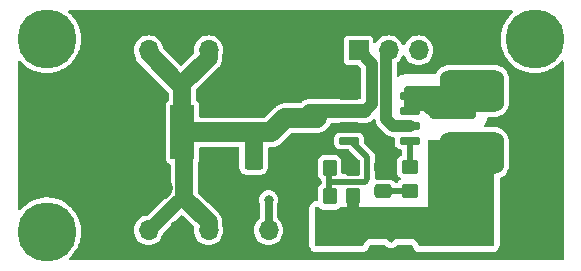
<source format=gtl>
%TF.GenerationSoftware,KiCad,Pcbnew,(6.0.8)*%
%TF.CreationDate,2022-11-18T22:38:32+01:00*%
%TF.ProjectId,Single-DCDC-Converter,53696e67-6c65-42d4-9443-44432d436f6e,rev?*%
%TF.SameCoordinates,Original*%
%TF.FileFunction,Copper,L1,Top*%
%TF.FilePolarity,Positive*%
%FSLAX46Y46*%
G04 Gerber Fmt 4.6, Leading zero omitted, Abs format (unit mm)*
G04 Created by KiCad (PCBNEW (6.0.8)) date 2022-11-18 22:38:32*
%MOMM*%
%LPD*%
G01*
G04 APERTURE LIST*
G04 Aperture macros list*
%AMRoundRect*
0 Rectangle with rounded corners*
0 $1 Rounding radius*
0 $2 $3 $4 $5 $6 $7 $8 $9 X,Y pos of 4 corners*
0 Add a 4 corners polygon primitive as box body*
4,1,4,$2,$3,$4,$5,$6,$7,$8,$9,$2,$3,0*
0 Add four circle primitives for the rounded corners*
1,1,$1+$1,$2,$3*
1,1,$1+$1,$4,$5*
1,1,$1+$1,$6,$7*
1,1,$1+$1,$8,$9*
0 Add four rect primitives between the rounded corners*
20,1,$1+$1,$2,$3,$4,$5,0*
20,1,$1+$1,$4,$5,$6,$7,0*
20,1,$1+$1,$6,$7,$8,$9,0*
20,1,$1+$1,$8,$9,$2,$3,0*%
G04 Aperture macros list end*
%TA.AperFunction,SMDPad,CuDef*%
%ADD10RoundRect,0.900000X-1.850000X-0.900000X1.850000X-0.900000X1.850000X0.900000X-1.850000X0.900000X0*%
%TD*%
%TA.AperFunction,SMDPad,CuDef*%
%ADD11RoundRect,0.900000X1.850000X0.900000X-1.850000X0.900000X-1.850000X-0.900000X1.850000X-0.900000X0*%
%TD*%
%TA.AperFunction,SMDPad,CuDef*%
%ADD12RoundRect,0.135000X-0.135000X-0.185000X0.135000X-0.185000X0.135000X0.185000X-0.135000X0.185000X0*%
%TD*%
%TA.AperFunction,SMDPad,CuDef*%
%ADD13RoundRect,0.250000X0.475000X-0.337500X0.475000X0.337500X-0.475000X0.337500X-0.475000X-0.337500X0*%
%TD*%
%TA.AperFunction,ComponentPad*%
%ADD14R,1.700000X1.700000*%
%TD*%
%TA.AperFunction,ComponentPad*%
%ADD15O,1.700000X1.700000*%
%TD*%
%TA.AperFunction,SMDPad,CuDef*%
%ADD16RoundRect,0.150000X-0.725000X-0.150000X0.725000X-0.150000X0.725000X0.150000X-0.725000X0.150000X0*%
%TD*%
%TA.AperFunction,SMDPad,CuDef*%
%ADD17RoundRect,0.250000X0.550000X-1.500000X0.550000X1.500000X-0.550000X1.500000X-0.550000X-1.500000X0*%
%TD*%
%TA.AperFunction,ComponentPad*%
%ADD18C,5.000000*%
%TD*%
%TA.AperFunction,SMDPad,CuDef*%
%ADD19RoundRect,0.250000X-0.450000X0.350000X-0.450000X-0.350000X0.450000X-0.350000X0.450000X0.350000X0*%
%TD*%
%TA.AperFunction,SMDPad,CuDef*%
%ADD20RoundRect,0.250000X-0.350000X-0.450000X0.350000X-0.450000X0.350000X0.450000X-0.350000X0.450000X0*%
%TD*%
%TA.AperFunction,SMDPad,CuDef*%
%ADD21RoundRect,0.250000X0.350000X0.450000X-0.350000X0.450000X-0.350000X-0.450000X0.350000X-0.450000X0*%
%TD*%
%TA.AperFunction,ComponentPad*%
%ADD22R,2.000000X4.600000*%
%TD*%
%TA.AperFunction,ComponentPad*%
%ADD23O,2.000000X4.200000*%
%TD*%
%TA.AperFunction,ComponentPad*%
%ADD24O,4.200000X2.000000*%
%TD*%
%TA.AperFunction,SMDPad,CuDef*%
%ADD25RoundRect,0.250000X-1.500000X-0.550000X1.500000X-0.550000X1.500000X0.550000X-1.500000X0.550000X0*%
%TD*%
%TA.AperFunction,ViaPad*%
%ADD26C,0.800000*%
%TD*%
%TA.AperFunction,Conductor*%
%ADD27C,1.200000*%
%TD*%
%TA.AperFunction,Conductor*%
%ADD28C,1.000000*%
%TD*%
%TA.AperFunction,Conductor*%
%ADD29C,0.500000*%
%TD*%
%TA.AperFunction,Conductor*%
%ADD30C,1.700000*%
%TD*%
%TA.AperFunction,Conductor*%
%ADD31C,1.500000*%
%TD*%
%TA.AperFunction,Conductor*%
%ADD32C,0.700000*%
%TD*%
G04 APERTURE END LIST*
D10*
X111201200Y-66930600D03*
D11*
X111201200Y-72210600D03*
D12*
X103860000Y-65930000D03*
X102840000Y-65930000D03*
D13*
X103682800Y-75434100D03*
X103682800Y-73359100D03*
D14*
X99060000Y-78740000D03*
D15*
X96520000Y-78740000D03*
X93980000Y-78740000D03*
D16*
X100777600Y-67360800D03*
X100777600Y-68630800D03*
X100777600Y-69900800D03*
X100777600Y-71170800D03*
X105927600Y-71170800D03*
X105927600Y-69900800D03*
X105927600Y-68630800D03*
X105927600Y-67360800D03*
D17*
X92710000Y-71888000D03*
X92710000Y-66288000D03*
D18*
X75200000Y-62520000D03*
D13*
X103200000Y-80537500D03*
X103200000Y-78462500D03*
D19*
X105918000Y-73371200D03*
X105918000Y-75371200D03*
D18*
X116530000Y-62520000D03*
D20*
X99150000Y-73440000D03*
X101150000Y-73440000D03*
D14*
X101600000Y-63500000D03*
D15*
X104140000Y-63500000D03*
X106680000Y-63500000D03*
D14*
X81280000Y-63500000D03*
D15*
X83820000Y-63500000D03*
X86360000Y-63500000D03*
X88900000Y-63500000D03*
D21*
X101150000Y-75840000D03*
X99150000Y-75840000D03*
D18*
X75200000Y-78860000D03*
D22*
X86690200Y-70393800D03*
D23*
X80390200Y-70393800D03*
D24*
X83790200Y-75193800D03*
D13*
X98050000Y-71319300D03*
X98050000Y-69244300D03*
D14*
X81280000Y-78740000D03*
D15*
X83820000Y-78740000D03*
X86360000Y-78740000D03*
X88900000Y-78740000D03*
D25*
X115560000Y-77800000D03*
X109960000Y-77800000D03*
D13*
X105500000Y-80539500D03*
X105500000Y-78464500D03*
D26*
X93980000Y-76149200D03*
D27*
X97436500Y-68630800D02*
X98050000Y-69244300D01*
X100777600Y-68630800D02*
X97436500Y-68630800D01*
D28*
X104495600Y-69900800D02*
X105927600Y-69900800D01*
X103943000Y-69348200D02*
X104495600Y-69900800D01*
X104140000Y-63500000D02*
X103943000Y-63697000D01*
X103943000Y-63697000D02*
X103943000Y-69348200D01*
D29*
X102343100Y-74411400D02*
X102114500Y-74640000D01*
X102114500Y-74640000D02*
X99225500Y-74640000D01*
X100777600Y-71170800D02*
X100980800Y-71170800D01*
X100980800Y-71170800D02*
X102336600Y-72526600D01*
X102336600Y-72526600D02*
X102336600Y-74371200D01*
D28*
X101126800Y-77454000D02*
X101126800Y-75800000D01*
X102412800Y-78740000D02*
X101126800Y-77454000D01*
X108585000Y-78740000D02*
X102412800Y-78740000D01*
X109798200Y-77526800D02*
X108585000Y-78740000D01*
X102743000Y-64643000D02*
X102743000Y-68012482D01*
D30*
X94202600Y-70440200D02*
X95398500Y-69244300D01*
D31*
X86736600Y-70440200D02*
X86690200Y-70393800D01*
D27*
X83820000Y-78740000D02*
X83889584Y-78740000D01*
D31*
X86690200Y-66370200D02*
X86690200Y-70444600D01*
X86690200Y-70393800D02*
X86840200Y-70543800D01*
X86690200Y-70444600D02*
X86840200Y-70594600D01*
X86840200Y-70543800D02*
X86840200Y-76001516D01*
X88900000Y-63500000D02*
X88900000Y-64160400D01*
D28*
X102743000Y-68012482D02*
X102124682Y-68630800D01*
D30*
X92837000Y-70440200D02*
X94202600Y-70440200D01*
D31*
X88900000Y-78740000D02*
X88900000Y-78061316D01*
D27*
X102124682Y-68630800D02*
X100777600Y-68630800D01*
D31*
X88900000Y-64160400D02*
X86690200Y-66370200D01*
X88900000Y-78061316D02*
X86840200Y-76001516D01*
D27*
X86628068Y-76001516D02*
X86840200Y-76001516D01*
D30*
X92837000Y-70440200D02*
X86736600Y-70440200D01*
D31*
X83820000Y-63500000D02*
X83820000Y-63770000D01*
D27*
X83889584Y-78740000D02*
X86628068Y-76001516D01*
D31*
X83820000Y-63770000D02*
X86525000Y-66475000D01*
D30*
X95398500Y-69244300D02*
X98050000Y-69244300D01*
D28*
X101600000Y-63500000D02*
X102743000Y-64643000D01*
D29*
X103745700Y-75371200D02*
X103682800Y-75434100D01*
X105918000Y-75371200D02*
X103745700Y-75371200D01*
D31*
X111252000Y-76448000D02*
X109976000Y-77724000D01*
X111252000Y-71982000D02*
X111252000Y-76448000D01*
D29*
X105927600Y-73361600D02*
X105918000Y-73371200D01*
X105927600Y-71170800D02*
X105927600Y-73361600D01*
X99126800Y-73482200D02*
X99152200Y-73456800D01*
X99126800Y-75742800D02*
X99126800Y-74692000D01*
X99126800Y-74692000D02*
X99126800Y-73482200D01*
D32*
X93980000Y-76149200D02*
X93980000Y-78740000D01*
%TA.AperFunction,Conductor*%
G36*
X111366288Y-66546354D02*
G01*
X111447070Y-66600330D01*
X111501046Y-66681112D01*
X111520000Y-66776400D01*
X111520000Y-69042200D01*
X111501046Y-69137488D01*
X111447070Y-69218270D01*
X111366288Y-69272246D01*
X111271000Y-69291200D01*
X107863963Y-69291200D01*
X107768675Y-69272246D01*
X107687893Y-69218270D01*
X107658882Y-69183419D01*
X107540297Y-69011199D01*
X107390651Y-68861813D01*
X107216287Y-68742201D01*
X107023046Y-68656366D01*
X107011946Y-68653711D01*
X107011942Y-68653710D01*
X106892457Y-68625135D01*
X106817398Y-68607184D01*
X106807258Y-68606457D01*
X106807257Y-68606457D01*
X106729775Y-68600903D01*
X106642740Y-68578394D01*
X106456758Y-68492064D01*
X106456755Y-68492063D01*
X106447496Y-68487765D01*
X106437661Y-68485038D01*
X106437657Y-68485036D01*
X106219578Y-68424557D01*
X106219574Y-68424556D01*
X106209729Y-68421826D01*
X106076618Y-68407600D01*
X106014897Y-68401004D01*
X106014894Y-68401004D01*
X106008308Y-68400300D01*
X105692500Y-68400300D01*
X105597212Y-68381346D01*
X105516430Y-68327370D01*
X105462454Y-68246588D01*
X105443500Y-68151300D01*
X105443500Y-66776400D01*
X105462454Y-66681112D01*
X105516430Y-66600330D01*
X105597212Y-66546354D01*
X105692500Y-66527400D01*
X111271000Y-66527400D01*
X111366288Y-66546354D01*
G37*
%TD.AperFunction*%
%TA.AperFunction,Conductor*%
G36*
X114634929Y-60108702D02*
G01*
X114681422Y-60162358D01*
X114691526Y-60232632D01*
X114662032Y-60297212D01*
X114645597Y-60313027D01*
X114585897Y-60360855D01*
X114350615Y-60598614D01*
X114348374Y-60601472D01*
X114314536Y-60644628D01*
X114144220Y-60861840D01*
X113969447Y-61147043D01*
X113967922Y-61150328D01*
X113967920Y-61150332D01*
X113861108Y-61380441D01*
X113828613Y-61450445D01*
X113723584Y-61768023D01*
X113722848Y-61771578D01*
X113722847Y-61771581D01*
X113656490Y-62092004D01*
X113655752Y-62095568D01*
X113655429Y-62099190D01*
X113655428Y-62099195D01*
X113627150Y-62416053D01*
X113626018Y-62428739D01*
X113626113Y-62432369D01*
X113626113Y-62432371D01*
X113630987Y-62618482D01*
X113634774Y-62763119D01*
X113635284Y-62766705D01*
X113635285Y-62766713D01*
X113649680Y-62867857D01*
X113681904Y-63094277D01*
X113682823Y-63097780D01*
X113682824Y-63097785D01*
X113731158Y-63282023D01*
X113766785Y-63417823D01*
X113888291Y-63729469D01*
X113889995Y-63732687D01*
X114018682Y-63975734D01*
X114044811Y-64025084D01*
X114046863Y-64028069D01*
X114046868Y-64028078D01*
X114232214Y-64297758D01*
X114232220Y-64297765D01*
X114234271Y-64300750D01*
X114328803Y-64409114D01*
X114445716Y-64543133D01*
X114454160Y-64552813D01*
X114701562Y-64777932D01*
X114704520Y-64780057D01*
X114704523Y-64780060D01*
X114849918Y-64884537D01*
X114973200Y-64973124D01*
X115265473Y-65135801D01*
X115574506Y-65263806D01*
X115578000Y-65264801D01*
X115578002Y-65264802D01*
X115892702Y-65354447D01*
X115892707Y-65354448D01*
X115896203Y-65355444D01*
X115899784Y-65356030D01*
X115899791Y-65356032D01*
X116222721Y-65408914D01*
X116222725Y-65408914D01*
X116226301Y-65409500D01*
X116229927Y-65409671D01*
X116556798Y-65425086D01*
X116556799Y-65425086D01*
X116560425Y-65425257D01*
X116568174Y-65424729D01*
X116890514Y-65402754D01*
X116890522Y-65402753D01*
X116894145Y-65402506D01*
X116897721Y-65401843D01*
X116897723Y-65401843D01*
X117219474Y-65342210D01*
X117219478Y-65342209D01*
X117223039Y-65341549D01*
X117542747Y-65243194D01*
X117849031Y-65108745D01*
X118084755Y-64970999D01*
X118134693Y-64941818D01*
X118134695Y-64941817D01*
X118137833Y-64939983D01*
X118140742Y-64937799D01*
X118402416Y-64741328D01*
X118402420Y-64741325D01*
X118405323Y-64739145D01*
X118647957Y-64508894D01*
X118735810Y-64403823D01*
X118743037Y-64395180D01*
X118802078Y-64355751D01*
X118873064Y-64354501D01*
X118933457Y-64391827D01*
X118964082Y-64455878D01*
X118965700Y-64476003D01*
X118965700Y-81161700D01*
X118945698Y-81229821D01*
X118892042Y-81276314D01*
X118839700Y-81287700D01*
X77171374Y-81287700D01*
X77103253Y-81267698D01*
X77056760Y-81214042D01*
X77046656Y-81143768D01*
X77076150Y-81079188D01*
X77084641Y-81070303D01*
X77219924Y-80941923D01*
X77317957Y-80848894D01*
X77532519Y-80592281D01*
X77541046Y-80579300D01*
X77714177Y-80315734D01*
X77714182Y-80315725D01*
X77716164Y-80312708D01*
X77810011Y-80126114D01*
X77864832Y-80017116D01*
X77864835Y-80017108D01*
X77866459Y-80013880D01*
X77868364Y-80008675D01*
X77980163Y-79703170D01*
X77980166Y-79703160D01*
X77981411Y-79699758D01*
X77982256Y-79696236D01*
X77982259Y-79696228D01*
X78058651Y-79378034D01*
X78058652Y-79378030D01*
X78059498Y-79374505D01*
X78084327Y-79169330D01*
X78099347Y-79045212D01*
X78099348Y-79045205D01*
X78099683Y-79042433D01*
X78101036Y-78999396D01*
X78105328Y-78862797D01*
X78105416Y-78860000D01*
X78105255Y-78857204D01*
X78098497Y-78740000D01*
X82564723Y-78740000D01*
X82583793Y-78957977D01*
X82640425Y-79169330D01*
X82732898Y-79367638D01*
X82858402Y-79546877D01*
X83013123Y-79701598D01*
X83017631Y-79704755D01*
X83017634Y-79704757D01*
X83187852Y-79823945D01*
X83192361Y-79827102D01*
X83197343Y-79829425D01*
X83197348Y-79829428D01*
X83385688Y-79917252D01*
X83390670Y-79919575D01*
X83395978Y-79920997D01*
X83395980Y-79920998D01*
X83461745Y-79938620D01*
X83602023Y-79976207D01*
X83820000Y-79995277D01*
X84037977Y-79976207D01*
X84178255Y-79938620D01*
X84244020Y-79920998D01*
X84244022Y-79920997D01*
X84249330Y-79919575D01*
X84254312Y-79917252D01*
X84442652Y-79829428D01*
X84442657Y-79829425D01*
X84447639Y-79827102D01*
X84452148Y-79823945D01*
X84622366Y-79704757D01*
X84622369Y-79704755D01*
X84626877Y-79701598D01*
X84781598Y-79546877D01*
X84907102Y-79367638D01*
X84999575Y-79169330D01*
X85036371Y-79032006D01*
X85068983Y-78975522D01*
X86538973Y-77505532D01*
X86601285Y-77471506D01*
X86672100Y-77476571D01*
X86717163Y-77505532D01*
X87628298Y-78416667D01*
X87662324Y-78478979D01*
X87663177Y-78521969D01*
X87663793Y-78522023D01*
X87644723Y-78740000D01*
X87663793Y-78957977D01*
X87720425Y-79169330D01*
X87812898Y-79367638D01*
X87938402Y-79546877D01*
X88093123Y-79701598D01*
X88097631Y-79704755D01*
X88097634Y-79704757D01*
X88267852Y-79823945D01*
X88272361Y-79827102D01*
X88277343Y-79829425D01*
X88277348Y-79829428D01*
X88465688Y-79917252D01*
X88470670Y-79919575D01*
X88475978Y-79920997D01*
X88475980Y-79920998D01*
X88541745Y-79938620D01*
X88682023Y-79976207D01*
X88900000Y-79995277D01*
X89117977Y-79976207D01*
X89258255Y-79938620D01*
X89324020Y-79920998D01*
X89324022Y-79920997D01*
X89329330Y-79919575D01*
X89334312Y-79917252D01*
X89522652Y-79829428D01*
X89522657Y-79829425D01*
X89527639Y-79827102D01*
X89532148Y-79823945D01*
X89702366Y-79704757D01*
X89702369Y-79704755D01*
X89706877Y-79701598D01*
X89861598Y-79546877D01*
X89987102Y-79367638D01*
X90079575Y-79169330D01*
X90136207Y-78957977D01*
X90155277Y-78740000D01*
X92724723Y-78740000D01*
X92743793Y-78957977D01*
X92800425Y-79169330D01*
X92892898Y-79367638D01*
X93018402Y-79546877D01*
X93173123Y-79701598D01*
X93177631Y-79704755D01*
X93177634Y-79704757D01*
X93347852Y-79823945D01*
X93352361Y-79827102D01*
X93357343Y-79829425D01*
X93357348Y-79829428D01*
X93545688Y-79917252D01*
X93550670Y-79919575D01*
X93555978Y-79920997D01*
X93555980Y-79920998D01*
X93621745Y-79938620D01*
X93762023Y-79976207D01*
X93980000Y-79995277D01*
X94197977Y-79976207D01*
X94338255Y-79938620D01*
X94404020Y-79920998D01*
X94404022Y-79920997D01*
X94409330Y-79919575D01*
X94414312Y-79917252D01*
X94602652Y-79829428D01*
X94602657Y-79829425D01*
X94607639Y-79827102D01*
X94612148Y-79823945D01*
X94782366Y-79704757D01*
X94782369Y-79704755D01*
X94786877Y-79701598D01*
X94941598Y-79546877D01*
X95067102Y-79367638D01*
X95159575Y-79169330D01*
X95216207Y-78957977D01*
X95235277Y-78740000D01*
X95216207Y-78522023D01*
X95159575Y-78310670D01*
X95067102Y-78112362D01*
X94941598Y-77933123D01*
X94786877Y-77778402D01*
X94782366Y-77775243D01*
X94778153Y-77771708D01*
X94779284Y-77770360D01*
X94739903Y-77721095D01*
X94730500Y-77673335D01*
X94730500Y-76450997D01*
X94738712Y-76406254D01*
X94757755Y-76356122D01*
X94760257Y-76349536D01*
X94781355Y-76199413D01*
X94784700Y-76175616D01*
X94784700Y-76175611D01*
X94785251Y-76171693D01*
X94785565Y-76149200D01*
X94765546Y-75970728D01*
X94762807Y-75962861D01*
X94719936Y-75839753D01*
X94706485Y-75801127D01*
X94611316Y-75648825D01*
X94524964Y-75561868D01*
X94489733Y-75526390D01*
X94489729Y-75526387D01*
X94484770Y-75521393D01*
X94473761Y-75514406D01*
X94408157Y-75472773D01*
X94333136Y-75425163D01*
X94303352Y-75414557D01*
X94170586Y-75367281D01*
X94170581Y-75367280D01*
X94163951Y-75364919D01*
X94156965Y-75364086D01*
X94156961Y-75364085D01*
X94029177Y-75348848D01*
X93985624Y-75343655D01*
X93978621Y-75344391D01*
X93978620Y-75344391D01*
X93814025Y-75361690D01*
X93814021Y-75361691D01*
X93807017Y-75362427D01*
X93800346Y-75364698D01*
X93643677Y-75418032D01*
X93643674Y-75418033D01*
X93637007Y-75420303D01*
X93631009Y-75423993D01*
X93631007Y-75423994D01*
X93560526Y-75467355D01*
X93484045Y-75514406D01*
X93479014Y-75519332D01*
X93479011Y-75519335D01*
X93473263Y-75524964D01*
X93355732Y-75640059D01*
X93351913Y-75645984D01*
X93351912Y-75645986D01*
X93262265Y-75785091D01*
X93258446Y-75791017D01*
X93256037Y-75797637D01*
X93256035Y-75797640D01*
X93230517Y-75867750D01*
X93197022Y-75959778D01*
X93174514Y-76137953D01*
X93175201Y-76144960D01*
X93175201Y-76144963D01*
X93183276Y-76227319D01*
X93192039Y-76316686D01*
X93194262Y-76323368D01*
X93194262Y-76323369D01*
X93223059Y-76409937D01*
X93229500Y-76449708D01*
X93229500Y-77673335D01*
X93209498Y-77741456D01*
X93181183Y-77770913D01*
X93181848Y-77771706D01*
X93177626Y-77775249D01*
X93173123Y-77778402D01*
X93018402Y-77933123D01*
X92892898Y-78112362D01*
X92800425Y-78310670D01*
X92743793Y-78522023D01*
X92724723Y-78740000D01*
X90155277Y-78740000D01*
X90136207Y-78522023D01*
X90079575Y-78310670D01*
X90062306Y-78273636D01*
X90050500Y-78220385D01*
X90050500Y-78104353D01*
X90050770Y-78096112D01*
X90054655Y-78036836D01*
X90055033Y-78031070D01*
X90044564Y-77942625D01*
X90044222Y-77939359D01*
X90036610Y-77856510D01*
X90036609Y-77856507D01*
X90036081Y-77850756D01*
X90034512Y-77845194D01*
X90033949Y-77842155D01*
X90031499Y-77829835D01*
X90030858Y-77826822D01*
X90030180Y-77821089D01*
X90028466Y-77815568D01*
X90003795Y-77736115D01*
X90002858Y-77732952D01*
X89980256Y-77652809D01*
X89980251Y-77652795D01*
X89978686Y-77647247D01*
X89976134Y-77642072D01*
X89975025Y-77639183D01*
X89970389Y-77627564D01*
X89969190Y-77624670D01*
X89967477Y-77619153D01*
X89926033Y-77540380D01*
X89924539Y-77537449D01*
X89887723Y-77462792D01*
X89887720Y-77462787D01*
X89885165Y-77457606D01*
X89881707Y-77452975D01*
X89880056Y-77450281D01*
X89873379Y-77439698D01*
X89871708Y-77437125D01*
X89869024Y-77432024D01*
X89813902Y-77362101D01*
X89811905Y-77359499D01*
X89762104Y-77292807D01*
X89762103Y-77292806D01*
X89758651Y-77288183D01*
X89697878Y-77232005D01*
X89694313Y-77228576D01*
X88870919Y-76405182D01*
X88027604Y-75561868D01*
X87993580Y-75499557D01*
X87990700Y-75472774D01*
X87990700Y-73008362D01*
X88010702Y-72940241D01*
X88011894Y-72938498D01*
X88018250Y-72932142D01*
X88025135Y-72918631D01*
X88061002Y-72848236D01*
X88075846Y-72819104D01*
X88090700Y-72725319D01*
X88090700Y-71816700D01*
X88110702Y-71748579D01*
X88164358Y-71702086D01*
X88216700Y-71690700D01*
X91383500Y-71690700D01*
X91451621Y-71710702D01*
X91498114Y-71764358D01*
X91509500Y-71816700D01*
X91509500Y-73453694D01*
X91509692Y-73456140D01*
X91509693Y-73456153D01*
X91511367Y-73477416D01*
X91512402Y-73490569D01*
X91558256Y-73648398D01*
X91641919Y-73789865D01*
X91758135Y-73906081D01*
X91764956Y-73910115D01*
X91824328Y-73945227D01*
X91899602Y-73989744D01*
X91907214Y-73991955D01*
X91907215Y-73991956D01*
X91930614Y-73998754D01*
X92057431Y-74035598D01*
X92070584Y-74036633D01*
X92091847Y-74038307D01*
X92091860Y-74038308D01*
X92094306Y-74038500D01*
X93325694Y-74038500D01*
X93328140Y-74038308D01*
X93328153Y-74038307D01*
X93349416Y-74036633D01*
X93362569Y-74035598D01*
X93489386Y-73998754D01*
X93512785Y-73991956D01*
X93512786Y-73991955D01*
X93520398Y-73989744D01*
X93595673Y-73945227D01*
X93655044Y-73910115D01*
X93661865Y-73906081D01*
X93778081Y-73789865D01*
X93861744Y-73648398D01*
X93907598Y-73490569D01*
X93908633Y-73477416D01*
X93910307Y-73456153D01*
X93910308Y-73456140D01*
X93910500Y-73453694D01*
X93910500Y-71816700D01*
X93930502Y-71748579D01*
X93984158Y-71702086D01*
X94036500Y-71690700D01*
X94111738Y-71690700D01*
X94128185Y-71691778D01*
X94144453Y-71693920D01*
X94144455Y-71693920D01*
X94150022Y-71694653D01*
X94230870Y-71690840D01*
X94236807Y-71690700D01*
X94259230Y-71690700D01*
X94278117Y-71689015D01*
X94285052Y-71688396D01*
X94290313Y-71688037D01*
X94291099Y-71688000D01*
X94372998Y-71684137D01*
X94378461Y-71682886D01*
X94378467Y-71682885D01*
X94390311Y-71680172D01*
X94407245Y-71677490D01*
X94424939Y-71675911D01*
X94430355Y-71674429D01*
X94430357Y-71674429D01*
X94504781Y-71654069D01*
X94509899Y-71652783D01*
X94585121Y-71635555D01*
X94585122Y-71635555D01*
X94590587Y-71634303D01*
X94595741Y-71632105D01*
X94595752Y-71632101D01*
X94606926Y-71627334D01*
X94623117Y-71621695D01*
X94634833Y-71618490D01*
X94634832Y-71618490D01*
X94640251Y-71617008D01*
X94714977Y-71581365D01*
X94719757Y-71579207D01*
X94738246Y-71571321D01*
X94795913Y-71546724D01*
X94810771Y-71536964D01*
X94825691Y-71528558D01*
X94841729Y-71520908D01*
X94846282Y-71517637D01*
X94846286Y-71517634D01*
X94908941Y-71472611D01*
X94913290Y-71469621D01*
X94978624Y-71426705D01*
X94978628Y-71426702D01*
X94982484Y-71424169D01*
X95003101Y-71405801D01*
X95013386Y-71397560D01*
X95023005Y-71390648D01*
X95096886Y-71314409D01*
X95098275Y-71312999D01*
X95879569Y-70531705D01*
X95941881Y-70497679D01*
X95968664Y-70494800D01*
X98106630Y-70494800D01*
X98109417Y-70494551D01*
X98109423Y-70494551D01*
X98178997Y-70488341D01*
X98272339Y-70480011D01*
X98277753Y-70478530D01*
X98277758Y-70478529D01*
X98405104Y-70443690D01*
X98487651Y-70421108D01*
X98492709Y-70418696D01*
X98492713Y-70418694D01*
X98594051Y-70370358D01*
X98689129Y-70325008D01*
X98870405Y-70194748D01*
X98975611Y-70086184D01*
X99021846Y-70038474D01*
X99021848Y-70038471D01*
X99025749Y-70034446D01*
X99150250Y-69849168D01*
X99212810Y-69706653D01*
X99258505Y-69652319D01*
X99328182Y-69631300D01*
X102175482Y-69631300D01*
X102223475Y-69626425D01*
X102320550Y-69616565D01*
X102320552Y-69616565D01*
X102326898Y-69615920D01*
X102520854Y-69555138D01*
X102698626Y-69456597D01*
X102837549Y-69337526D01*
X102902288Y-69308382D01*
X102972506Y-69318864D01*
X103025910Y-69365646D01*
X103045373Y-69426601D01*
X103048687Y-69489846D01*
X103052274Y-69503231D01*
X103055878Y-69522679D01*
X103057326Y-69536456D01*
X103059366Y-69542733D01*
X103059366Y-69542735D01*
X103078265Y-69600901D01*
X103080138Y-69607225D01*
X103095970Y-69666309D01*
X103095972Y-69666315D01*
X103097680Y-69672688D01*
X103100676Y-69678567D01*
X103100677Y-69678571D01*
X103103973Y-69685040D01*
X103111536Y-69703297D01*
X103115821Y-69716484D01*
X103119121Y-69722199D01*
X103119121Y-69722200D01*
X103149703Y-69775171D01*
X103152849Y-69780966D01*
X103180619Y-69835466D01*
X103183617Y-69841349D01*
X103187771Y-69846478D01*
X103187771Y-69846479D01*
X103192339Y-69852120D01*
X103203534Y-69868409D01*
X103210467Y-69880416D01*
X103214888Y-69885326D01*
X103255815Y-69930780D01*
X103260099Y-69935796D01*
X103266842Y-69944122D01*
X103272881Y-69951580D01*
X103287230Y-69965929D01*
X103291771Y-69970713D01*
X103327450Y-70010338D01*
X103337129Y-70021088D01*
X103348351Y-70029241D01*
X103363379Y-70042078D01*
X103801722Y-70480421D01*
X103814559Y-70495449D01*
X103822712Y-70506671D01*
X103827614Y-70511084D01*
X103827615Y-70511086D01*
X103873087Y-70552029D01*
X103877871Y-70556570D01*
X103892220Y-70570919D01*
X103894784Y-70572995D01*
X103908004Y-70583701D01*
X103913020Y-70587985D01*
X103926485Y-70600109D01*
X103963384Y-70633333D01*
X103975391Y-70640266D01*
X103991680Y-70651461D01*
X104002451Y-70660183D01*
X104008331Y-70663179D01*
X104008334Y-70663181D01*
X104062834Y-70690951D01*
X104068629Y-70694097D01*
X104071768Y-70695909D01*
X104127316Y-70727979D01*
X104139147Y-70731823D01*
X104140503Y-70732264D01*
X104158760Y-70739827D01*
X104165229Y-70743123D01*
X104165233Y-70743124D01*
X104171112Y-70746120D01*
X104236580Y-70763662D01*
X104242881Y-70765529D01*
X104307344Y-70786474D01*
X104320687Y-70787876D01*
X104321133Y-70787923D01*
X104340571Y-70791526D01*
X104342140Y-70791946D01*
X104353954Y-70795112D01*
X104360554Y-70795458D01*
X104360555Y-70795458D01*
X104421611Y-70798658D01*
X104428185Y-70799175D01*
X104445134Y-70800956D01*
X104445136Y-70800956D01*
X104448408Y-70801300D01*
X104468733Y-70801300D01*
X104475327Y-70801473D01*
X104537521Y-70804733D01*
X104604500Y-70828271D01*
X104648122Y-70884286D01*
X104656013Y-70945695D01*
X104653156Y-70969301D01*
X104652556Y-70974263D01*
X104652100Y-70978028D01*
X104652100Y-71363572D01*
X104662964Y-71453347D01*
X104665944Y-71460875D01*
X104665945Y-71460877D01*
X104670591Y-71472611D01*
X104718487Y-71593583D01*
X104809678Y-71713722D01*
X104929817Y-71804913D01*
X104959588Y-71816700D01*
X105062523Y-71857455D01*
X105062525Y-71857456D01*
X105070053Y-71860436D01*
X105096966Y-71863693D01*
X105156058Y-71870844D01*
X105156062Y-71870844D01*
X105159362Y-71871244D01*
X105159363Y-71871244D01*
X105159828Y-71871300D01*
X105159815Y-71871407D01*
X105225486Y-71895075D01*
X105268660Y-71951435D01*
X105277100Y-71996774D01*
X105277100Y-72307697D01*
X105257098Y-72375818D01*
X105206969Y-72418386D01*
X105207602Y-72419456D01*
X105118892Y-72471919D01*
X105088951Y-72489626D01*
X105066135Y-72503119D01*
X104949919Y-72619335D01*
X104945885Y-72626156D01*
X104884349Y-72730209D01*
X104866256Y-72760802D01*
X104864045Y-72768414D01*
X104864044Y-72768415D01*
X104848635Y-72821453D01*
X104820402Y-72918631D01*
X104819897Y-72925050D01*
X104817693Y-72953047D01*
X104817692Y-72953060D01*
X104817500Y-72955506D01*
X104817500Y-73786894D01*
X104817692Y-73789340D01*
X104817693Y-73789353D01*
X104818175Y-73795471D01*
X104820402Y-73823769D01*
X104822199Y-73829954D01*
X104862741Y-73969498D01*
X104866256Y-73981598D01*
X104870291Y-73988420D01*
X104870291Y-73988421D01*
X104942575Y-74110647D01*
X104949919Y-74123065D01*
X105066135Y-74239281D01*
X105072955Y-74243314D01*
X105072961Y-74243319D01*
X105105812Y-74262747D01*
X105154265Y-74314640D01*
X105166970Y-74384490D01*
X105139895Y-74450121D01*
X105105812Y-74479653D01*
X105072961Y-74499081D01*
X105072955Y-74499086D01*
X105066135Y-74503119D01*
X104949919Y-74619335D01*
X104945887Y-74626153D01*
X104945883Y-74626158D01*
X104926555Y-74658840D01*
X104874662Y-74707292D01*
X104818102Y-74720700D01*
X104754036Y-74720700D01*
X104685915Y-74700698D01*
X104664941Y-74683795D01*
X104559665Y-74578519D01*
X104418198Y-74494856D01*
X104410586Y-74492645D01*
X104410585Y-74492644D01*
X104266554Y-74450799D01*
X104266555Y-74450799D01*
X104260369Y-74449002D01*
X104247216Y-74447967D01*
X104225953Y-74446293D01*
X104225940Y-74446292D01*
X104223494Y-74446100D01*
X103142106Y-74446100D01*
X103139657Y-74446293D01*
X103139650Y-74446293D01*
X103130349Y-74447025D01*
X103124483Y-74447487D01*
X103055004Y-74432891D01*
X103004445Y-74383049D01*
X102989157Y-74333729D01*
X102987659Y-74317877D01*
X102987100Y-74306023D01*
X102987100Y-72607601D01*
X102987649Y-72595960D01*
X102989360Y-72588304D01*
X102987162Y-72518356D01*
X102987100Y-72514399D01*
X102987100Y-72485675D01*
X102986562Y-72481412D01*
X102985629Y-72469573D01*
X102984447Y-72431957D01*
X102984198Y-72424031D01*
X102978319Y-72403793D01*
X102974311Y-72384439D01*
X102972665Y-72371408D01*
X102972665Y-72371406D01*
X102971671Y-72363542D01*
X102963301Y-72342402D01*
X102954901Y-72321184D01*
X102951056Y-72309954D01*
X102940556Y-72273812D01*
X102940556Y-72273811D01*
X102938345Y-72266202D01*
X102934312Y-72259383D01*
X102934310Y-72259378D01*
X102927620Y-72248067D01*
X102918920Y-72230308D01*
X102914088Y-72218104D01*
X102911168Y-72210729D01*
X102884391Y-72173873D01*
X102877875Y-72163953D01*
X102858719Y-72131563D01*
X102854681Y-72124735D01*
X102839788Y-72109842D01*
X102826947Y-72094808D01*
X102819223Y-72084177D01*
X102814563Y-72077763D01*
X102779456Y-72048720D01*
X102770677Y-72040731D01*
X102090005Y-71360059D01*
X102055979Y-71297747D01*
X102053100Y-71270964D01*
X102053100Y-70978028D01*
X102042236Y-70888253D01*
X102030703Y-70859122D01*
X102006968Y-70799175D01*
X101986713Y-70748017D01*
X101895522Y-70627878D01*
X101775383Y-70536687D01*
X101686096Y-70501336D01*
X101642677Y-70484145D01*
X101642675Y-70484144D01*
X101635147Y-70481164D01*
X101545372Y-70470300D01*
X100009828Y-70470300D01*
X99920053Y-70481164D01*
X99912525Y-70484144D01*
X99912523Y-70484145D01*
X99869104Y-70501336D01*
X99779817Y-70536687D01*
X99659678Y-70627878D01*
X99568487Y-70748017D01*
X99548232Y-70799175D01*
X99524498Y-70859122D01*
X99512964Y-70888253D01*
X99502100Y-70978028D01*
X99502100Y-71363572D01*
X99512964Y-71453347D01*
X99515944Y-71460875D01*
X99515945Y-71460877D01*
X99520591Y-71472611D01*
X99568487Y-71593583D01*
X99659678Y-71713722D01*
X99779817Y-71804913D01*
X99809588Y-71816700D01*
X99912523Y-71857455D01*
X99912525Y-71857456D01*
X99920053Y-71860436D01*
X100009828Y-71871300D01*
X100709163Y-71871300D01*
X100777284Y-71891302D01*
X100798258Y-71908204D01*
X101649195Y-72759140D01*
X101683220Y-72821453D01*
X101686100Y-72848236D01*
X101686100Y-73863500D01*
X101666098Y-73931621D01*
X101612442Y-73978114D01*
X101560100Y-73989500D01*
X100276500Y-73989500D01*
X100208379Y-73969498D01*
X100161886Y-73915842D01*
X100150500Y-73863500D01*
X100150500Y-72924306D01*
X100150308Y-72921860D01*
X100150307Y-72921847D01*
X100148103Y-72893850D01*
X100147598Y-72887431D01*
X100121048Y-72796045D01*
X100103956Y-72737215D01*
X100103955Y-72737214D01*
X100101744Y-72729602D01*
X100040567Y-72626156D01*
X100022115Y-72594956D01*
X100018081Y-72588135D01*
X99901865Y-72471919D01*
X99824715Y-72426293D01*
X99767221Y-72392291D01*
X99767220Y-72392291D01*
X99760398Y-72388256D01*
X99752786Y-72386045D01*
X99752785Y-72386044D01*
X99608754Y-72344199D01*
X99608755Y-72344199D01*
X99602569Y-72342402D01*
X99589416Y-72341367D01*
X99568153Y-72339693D01*
X99568140Y-72339692D01*
X99565694Y-72339500D01*
X98734306Y-72339500D01*
X98731860Y-72339692D01*
X98731847Y-72339693D01*
X98710584Y-72341367D01*
X98697431Y-72342402D01*
X98691245Y-72344199D01*
X98691246Y-72344199D01*
X98547215Y-72386044D01*
X98547214Y-72386045D01*
X98539602Y-72388256D01*
X98532780Y-72392291D01*
X98532779Y-72392291D01*
X98475285Y-72426293D01*
X98398135Y-72471919D01*
X98281919Y-72588135D01*
X98277885Y-72594956D01*
X98259434Y-72626156D01*
X98198256Y-72729602D01*
X98196045Y-72737214D01*
X98196044Y-72737215D01*
X98178952Y-72796045D01*
X98152402Y-72887431D01*
X98151897Y-72893850D01*
X98149693Y-72921847D01*
X98149692Y-72921860D01*
X98149500Y-72924306D01*
X98149500Y-73955694D01*
X98149692Y-73958140D01*
X98149693Y-73958153D01*
X98150586Y-73969498D01*
X98152402Y-73992569D01*
X98154199Y-73998754D01*
X98191944Y-74128671D01*
X98198256Y-74150398D01*
X98281919Y-74291865D01*
X98398135Y-74408081D01*
X98404957Y-74412116D01*
X98404959Y-74412117D01*
X98414438Y-74417723D01*
X98462891Y-74469616D01*
X98476300Y-74526177D01*
X98476300Y-74753823D01*
X98456298Y-74821944D01*
X98414438Y-74862277D01*
X98404959Y-74867883D01*
X98404957Y-74867884D01*
X98398135Y-74871919D01*
X98281919Y-74988135D01*
X98198256Y-75129602D01*
X98152402Y-75287431D01*
X98151897Y-75293850D01*
X98149693Y-75321847D01*
X98149692Y-75321860D01*
X98149500Y-75324306D01*
X98149500Y-76128075D01*
X98129498Y-76196196D01*
X98075842Y-76242689D01*
X98033388Y-76253687D01*
X97956723Y-76259721D01*
X97926132Y-76264566D01*
X97877530Y-76276971D01*
X97842533Y-76285903D01*
X97842531Y-76285904D01*
X97835333Y-76287741D01*
X97828763Y-76291208D01*
X97828762Y-76291208D01*
X97718218Y-76349536D01*
X97708081Y-76354885D01*
X97658581Y-76390849D01*
X97635717Y-76408480D01*
X97538429Y-76514484D01*
X97474947Y-76643602D01*
X97456040Y-76701793D01*
X97431300Y-76857998D01*
X97431300Y-79974800D01*
X97434375Y-80013880D01*
X97437121Y-80048770D01*
X97437522Y-80053870D01*
X97442367Y-80084463D01*
X97465543Y-80175267D01*
X97469009Y-80181835D01*
X97469009Y-80181836D01*
X97473959Y-80191218D01*
X97532687Y-80302519D01*
X97568651Y-80352019D01*
X97586282Y-80374883D01*
X97692286Y-80472171D01*
X97821404Y-80535653D01*
X97825692Y-80537046D01*
X97825694Y-80537047D01*
X97874882Y-80553029D01*
X97874886Y-80553030D01*
X97879595Y-80554560D01*
X97884482Y-80555334D01*
X97884486Y-80555335D01*
X97961347Y-80567508D01*
X98035800Y-80579300D01*
X101904658Y-80579300D01*
X102059395Y-80555034D01*
X102115335Y-80537047D01*
X102116318Y-80536731D01*
X102116328Y-80536727D01*
X102117095Y-80536481D01*
X102142872Y-80527418D01*
X102268586Y-80457435D01*
X102369491Y-80354869D01*
X102372156Y-80351247D01*
X102372160Y-80351243D01*
X102405517Y-80305916D01*
X102405757Y-80305590D01*
X102414147Y-80293841D01*
X102421924Y-80278265D01*
X102476410Y-80169138D01*
X102476413Y-80169131D01*
X102478419Y-80165113D01*
X102496804Y-80109687D01*
X102509136Y-80083240D01*
X102523700Y-80059613D01*
X102541785Y-80036713D01*
X102559396Y-80019071D01*
X102561394Y-80017069D01*
X102584263Y-79998944D01*
X102599473Y-79989532D01*
X102607862Y-79984341D01*
X102634287Y-79971963D01*
X102664720Y-79961810D01*
X102691571Y-79956009D01*
X102694807Y-79955673D01*
X102707810Y-79955000D01*
X103692591Y-79955000D01*
X103705409Y-79955654D01*
X103707883Y-79955907D01*
X103734731Y-79961660D01*
X103757762Y-79969299D01*
X103765316Y-79971805D01*
X103791755Y-79984133D01*
X103815390Y-79998702D01*
X103838283Y-80016782D01*
X103910036Y-80088409D01*
X103911190Y-80087253D01*
X103916465Y-80091111D01*
X103973341Y-80145602D01*
X103973346Y-80145606D01*
X103976448Y-80148578D01*
X104019688Y-80179936D01*
X104154702Y-80249640D01*
X104250724Y-80267402D01*
X104291759Y-80274993D01*
X104291761Y-80274993D01*
X104296182Y-80275811D01*
X104324257Y-80276938D01*
X104356438Y-80278230D01*
X104356463Y-80278231D01*
X104357319Y-80278265D01*
X104364161Y-80278344D01*
X104380789Y-80278537D01*
X104380795Y-80278537D01*
X104386192Y-80278599D01*
X104497405Y-80260673D01*
X104519343Y-80257137D01*
X104519344Y-80257137D01*
X104528239Y-80255703D01*
X104536367Y-80251823D01*
X104536369Y-80251822D01*
X104654020Y-80195654D01*
X104658082Y-80193715D01*
X104664858Y-80189196D01*
X104708651Y-80159987D01*
X104708984Y-80159765D01*
X104720893Y-80151574D01*
X104777148Y-80098148D01*
X104788321Y-80089372D01*
X104789770Y-80090819D01*
X104861393Y-80019070D01*
X104884260Y-80000946D01*
X104907863Y-79986340D01*
X104934287Y-79973963D01*
X104964720Y-79963810D01*
X104991571Y-79958009D01*
X104994807Y-79957673D01*
X105007810Y-79957000D01*
X105992591Y-79957000D01*
X106005409Y-79957654D01*
X106007883Y-79957907D01*
X106034731Y-79963660D01*
X106053381Y-79969846D01*
X106065316Y-79973805D01*
X106091759Y-79986136D01*
X106112533Y-79998941D01*
X106115385Y-80000699D01*
X106138283Y-80018782D01*
X106138573Y-80019071D01*
X106157929Y-80038392D01*
X106176058Y-80061266D01*
X106190661Y-80084865D01*
X106203040Y-80111291D01*
X106216322Y-80151102D01*
X106221329Y-80166111D01*
X106223570Y-80170446D01*
X106223573Y-80170453D01*
X106262313Y-80245390D01*
X106293054Y-80304854D01*
X106301024Y-80315734D01*
X106327064Y-80351281D01*
X106328774Y-80353616D01*
X106329292Y-80354285D01*
X106329307Y-80354305D01*
X106341605Y-80370189D01*
X106345239Y-80374883D01*
X106451243Y-80472171D01*
X106580361Y-80535653D01*
X106584649Y-80537046D01*
X106584651Y-80537047D01*
X106633839Y-80553029D01*
X106633843Y-80553030D01*
X106638552Y-80554560D01*
X106643439Y-80555334D01*
X106643443Y-80555335D01*
X106720304Y-80567508D01*
X106794757Y-80579300D01*
X112936000Y-80579300D01*
X112988018Y-80575207D01*
X113012620Y-80573271D01*
X113012625Y-80573270D01*
X113015070Y-80573078D01*
X113045663Y-80568233D01*
X113136467Y-80545057D01*
X113152721Y-80536481D01*
X113259743Y-80480011D01*
X113259744Y-80480010D01*
X113263719Y-80477913D01*
X113313219Y-80441949D01*
X113314991Y-80440583D01*
X113331806Y-80427616D01*
X113336083Y-80424318D01*
X113378137Y-80378497D01*
X113427276Y-80324955D01*
X113433371Y-80318314D01*
X113496853Y-80189196D01*
X113506064Y-80160846D01*
X113514229Y-80135718D01*
X113514230Y-80135714D01*
X113515760Y-80131005D01*
X113518883Y-80111291D01*
X113535177Y-80008408D01*
X113540500Y-79974800D01*
X113540500Y-74397650D01*
X113560502Y-74329529D01*
X113613250Y-74283455D01*
X113698953Y-74243491D01*
X113698956Y-74243489D01*
X113703934Y-74241168D01*
X113890339Y-74110647D01*
X114051247Y-73949739D01*
X114181768Y-73763334D01*
X114277939Y-73557096D01*
X114304987Y-73456153D01*
X114335411Y-73342607D01*
X114335411Y-73342605D01*
X114336835Y-73337292D01*
X114351700Y-73167384D01*
X114351700Y-71253816D01*
X114336835Y-71083908D01*
X114277939Y-70864104D01*
X114250253Y-70804732D01*
X114184091Y-70662847D01*
X114184089Y-70662844D01*
X114181768Y-70657866D01*
X114051247Y-70471461D01*
X113890339Y-70310553D01*
X113703934Y-70180032D01*
X113698956Y-70177711D01*
X113698953Y-70177709D01*
X113502678Y-70086184D01*
X113502676Y-70086183D01*
X113497696Y-70083861D01*
X113492388Y-70082439D01*
X113492386Y-70082438D01*
X113283207Y-70026389D01*
X113283205Y-70026389D01*
X113277892Y-70024965D01*
X113177536Y-70016185D01*
X113110708Y-70010338D01*
X113110701Y-70010338D01*
X113107984Y-70010100D01*
X112357987Y-70010100D01*
X112289866Y-69990098D01*
X112243373Y-69936442D01*
X112233269Y-69866168D01*
X112260841Y-69803859D01*
X112281082Y-69779354D01*
X112281084Y-69779351D01*
X112283117Y-69776890D01*
X112323478Y-69716484D01*
X112335430Y-69698597D01*
X112335431Y-69698596D01*
X112337093Y-69696108D01*
X112353143Y-69666309D01*
X112424616Y-69533603D01*
X112424617Y-69533601D01*
X112427551Y-69528153D01*
X112432258Y-69512813D01*
X112466299Y-69401860D01*
X112487226Y-69333652D01*
X112506180Y-69238364D01*
X112506200Y-69238157D01*
X112535770Y-69174164D01*
X112595667Y-69136047D01*
X112630626Y-69131100D01*
X113107984Y-69131100D01*
X113110701Y-69130862D01*
X113110708Y-69130862D01*
X113178898Y-69124896D01*
X113277892Y-69116235D01*
X113283205Y-69114811D01*
X113283207Y-69114811D01*
X113492386Y-69058762D01*
X113492388Y-69058761D01*
X113497696Y-69057339D01*
X113502678Y-69055016D01*
X113698953Y-68963491D01*
X113698956Y-68963489D01*
X113703934Y-68961168D01*
X113890339Y-68830647D01*
X114051247Y-68669739D01*
X114181768Y-68483334D01*
X114234575Y-68370091D01*
X114275616Y-68282078D01*
X114275617Y-68282076D01*
X114277939Y-68277096D01*
X114308999Y-68161180D01*
X114335411Y-68062607D01*
X114335411Y-68062605D01*
X114336835Y-68057292D01*
X114345761Y-67955264D01*
X114351462Y-67890108D01*
X114351462Y-67890101D01*
X114351700Y-67887384D01*
X114351700Y-65973816D01*
X114336835Y-65803908D01*
X114311353Y-65708807D01*
X114279362Y-65589414D01*
X114279361Y-65589412D01*
X114277939Y-65584104D01*
X114248933Y-65521900D01*
X114184091Y-65382847D01*
X114184089Y-65382844D01*
X114181768Y-65377866D01*
X114051247Y-65191461D01*
X113890339Y-65030553D01*
X113703934Y-64900032D01*
X113698956Y-64897711D01*
X113698953Y-64897709D01*
X113502678Y-64806184D01*
X113502676Y-64806183D01*
X113497696Y-64803861D01*
X113492388Y-64802439D01*
X113492386Y-64802438D01*
X113283207Y-64746389D01*
X113283205Y-64746389D01*
X113277892Y-64744965D01*
X113178898Y-64736304D01*
X113110708Y-64730338D01*
X113110701Y-64730338D01*
X113107984Y-64730100D01*
X109294416Y-64730100D01*
X109291699Y-64730338D01*
X109291692Y-64730338D01*
X109223502Y-64736304D01*
X109124508Y-64744965D01*
X109119195Y-64746389D01*
X109119193Y-64746389D01*
X108910014Y-64802438D01*
X108910012Y-64802439D01*
X108904704Y-64803861D01*
X108899724Y-64806183D01*
X108899722Y-64806184D01*
X108703447Y-64897709D01*
X108703444Y-64897711D01*
X108698466Y-64900032D01*
X108512061Y-65030553D01*
X108351153Y-65191461D01*
X108220632Y-65377866D01*
X108218311Y-65382843D01*
X108218306Y-65382852D01*
X108187390Y-65449151D01*
X108140473Y-65502436D01*
X108073196Y-65521900D01*
X105692500Y-65521900D01*
X105689428Y-65522203D01*
X105689419Y-65522203D01*
X105564673Y-65534490D01*
X105496336Y-65541220D01*
X105460773Y-65548294D01*
X105403978Y-65559591D01*
X105403974Y-65559592D01*
X105401048Y-65560174D01*
X105398192Y-65561031D01*
X105398190Y-65561031D01*
X105251581Y-65604998D01*
X105218322Y-65614972D01*
X105212859Y-65617870D01*
X105212856Y-65617871D01*
X105041419Y-65708807D01*
X105041412Y-65708811D01*
X105038592Y-65710307D01*
X105035936Y-65712082D01*
X105034102Y-65713177D01*
X104965360Y-65730930D01*
X104897934Y-65708701D01*
X104853229Y-65653547D01*
X104843500Y-65604998D01*
X104843500Y-64599574D01*
X104863502Y-64531453D01*
X104897230Y-64496361D01*
X104946877Y-64461598D01*
X105101598Y-64306877D01*
X105227102Y-64127638D01*
X105295805Y-63980305D01*
X105342723Y-63927020D01*
X105411000Y-63907559D01*
X105478960Y-63928101D01*
X105524195Y-63980305D01*
X105592898Y-64127638D01*
X105718402Y-64306877D01*
X105873123Y-64461598D01*
X105877631Y-64464755D01*
X105877634Y-64464757D01*
X105995159Y-64547049D01*
X106052361Y-64587102D01*
X106057343Y-64589425D01*
X106057348Y-64589428D01*
X106232364Y-64671039D01*
X106250670Y-64679575D01*
X106255978Y-64680997D01*
X106255980Y-64680998D01*
X106321745Y-64698620D01*
X106462023Y-64736207D01*
X106680000Y-64755277D01*
X106897977Y-64736207D01*
X107038255Y-64698620D01*
X107104020Y-64680998D01*
X107104022Y-64680997D01*
X107109330Y-64679575D01*
X107127636Y-64671039D01*
X107302652Y-64589428D01*
X107302657Y-64589425D01*
X107307639Y-64587102D01*
X107364841Y-64547049D01*
X107482366Y-64464757D01*
X107482369Y-64464755D01*
X107486877Y-64461598D01*
X107641598Y-64306877D01*
X107767102Y-64127638D01*
X107837937Y-63975734D01*
X107857252Y-63934312D01*
X107857253Y-63934310D01*
X107859575Y-63929330D01*
X107916207Y-63717977D01*
X107935277Y-63500000D01*
X107916207Y-63282023D01*
X107878620Y-63141745D01*
X107860998Y-63075980D01*
X107860997Y-63075978D01*
X107859575Y-63070670D01*
X107767102Y-62872362D01*
X107641598Y-62693123D01*
X107486877Y-62538402D01*
X107482369Y-62535245D01*
X107482366Y-62535243D01*
X107312148Y-62416055D01*
X107312145Y-62416053D01*
X107307639Y-62412898D01*
X107302657Y-62410575D01*
X107302652Y-62410572D01*
X107114312Y-62322748D01*
X107114311Y-62322747D01*
X107109330Y-62320425D01*
X107104022Y-62319003D01*
X107104020Y-62319002D01*
X107038255Y-62301380D01*
X106897977Y-62263793D01*
X106680000Y-62244723D01*
X106462023Y-62263793D01*
X106321745Y-62301380D01*
X106255980Y-62319002D01*
X106255978Y-62319003D01*
X106250670Y-62320425D01*
X106245690Y-62322747D01*
X106245688Y-62322748D01*
X106057343Y-62410575D01*
X106057340Y-62410577D01*
X106052362Y-62412898D01*
X105873123Y-62538402D01*
X105718402Y-62693123D01*
X105592898Y-62872362D01*
X105590577Y-62877340D01*
X105590575Y-62877343D01*
X105524195Y-63019695D01*
X105477277Y-63072980D01*
X105409000Y-63092441D01*
X105341040Y-63071899D01*
X105295805Y-63019695D01*
X105229425Y-62877343D01*
X105229423Y-62877340D01*
X105227102Y-62872362D01*
X105101598Y-62693123D01*
X104946877Y-62538402D01*
X104942369Y-62535245D01*
X104942366Y-62535243D01*
X104772148Y-62416055D01*
X104772145Y-62416053D01*
X104767639Y-62412898D01*
X104762657Y-62410575D01*
X104762652Y-62410572D01*
X104574312Y-62322748D01*
X104574311Y-62322747D01*
X104569330Y-62320425D01*
X104564022Y-62319003D01*
X104564020Y-62319002D01*
X104498255Y-62301380D01*
X104357977Y-62263793D01*
X104140000Y-62244723D01*
X103922023Y-62263793D01*
X103781745Y-62301380D01*
X103715980Y-62319002D01*
X103715978Y-62319003D01*
X103710670Y-62320425D01*
X103705690Y-62322747D01*
X103705688Y-62322748D01*
X103517343Y-62410575D01*
X103517340Y-62410577D01*
X103512362Y-62412898D01*
X103333123Y-62538402D01*
X103178402Y-62693123D01*
X103108837Y-62792473D01*
X103079712Y-62834068D01*
X103024255Y-62878396D01*
X102953636Y-62885705D01*
X102890275Y-62853674D01*
X102854290Y-62792473D01*
X102850499Y-62761797D01*
X102850499Y-62618482D01*
X102838434Y-62542299D01*
X102837198Y-62534494D01*
X102837197Y-62534492D01*
X102835646Y-62524696D01*
X102778050Y-62411658D01*
X102688342Y-62321950D01*
X102575304Y-62264354D01*
X102565515Y-62262804D01*
X102565513Y-62262803D01*
X102538151Y-62258470D01*
X102481519Y-62249500D01*
X101600178Y-62249500D01*
X100718482Y-62249501D01*
X100713589Y-62250276D01*
X100713588Y-62250276D01*
X100634494Y-62262802D01*
X100634492Y-62262803D01*
X100624696Y-62264354D01*
X100511658Y-62321950D01*
X100421950Y-62411658D01*
X100364354Y-62524696D01*
X100362804Y-62534485D01*
X100362803Y-62534487D01*
X100362183Y-62538402D01*
X100349500Y-62618481D01*
X100349501Y-64381518D01*
X100350276Y-64386411D01*
X100350276Y-64386412D01*
X100362684Y-64464757D01*
X100364354Y-64475304D01*
X100421950Y-64588342D01*
X100511658Y-64678050D01*
X100624696Y-64735646D01*
X100634485Y-64737196D01*
X100634487Y-64737197D01*
X100660571Y-64741328D01*
X100718481Y-64750500D01*
X101524811Y-64750500D01*
X101592932Y-64770502D01*
X101613906Y-64787405D01*
X101805595Y-64979094D01*
X101839621Y-65041406D01*
X101842500Y-65068189D01*
X101842500Y-67504300D01*
X101822498Y-67572421D01*
X101768842Y-67618914D01*
X101716500Y-67630300D01*
X97479935Y-67630300D01*
X97470268Y-67629929D01*
X97418289Y-67625929D01*
X97418285Y-67625929D01*
X97411929Y-67625440D01*
X97324745Y-67636454D01*
X97321736Y-67636797D01*
X97293554Y-67639660D01*
X97240630Y-67645035D01*
X97240626Y-67645036D01*
X97234284Y-67645680D01*
X97228201Y-67647586D01*
X97222413Y-67648774D01*
X97216604Y-67650115D01*
X97210276Y-67650915D01*
X97204236Y-67652971D01*
X97204237Y-67652971D01*
X97127096Y-67679231D01*
X97124171Y-67680187D01*
X97100263Y-67687680D01*
X97040328Y-67706462D01*
X97034742Y-67709558D01*
X97029320Y-67711882D01*
X97023905Y-67714361D01*
X97017863Y-67716418D01*
X97012361Y-67719646D01*
X96942089Y-67760874D01*
X96939416Y-67762399D01*
X96862556Y-67805003D01*
X96857709Y-67809158D01*
X96852848Y-67812536D01*
X96848058Y-67816042D01*
X96842552Y-67819272D01*
X96802396Y-67855430D01*
X96777280Y-67878044D01*
X96774966Y-67880077D01*
X96708229Y-67937277D01*
X96704317Y-67942320D01*
X96700263Y-67946577D01*
X96696244Y-67951009D01*
X96694043Y-67952991D01*
X96693392Y-67953389D01*
X96692324Y-67954538D01*
X96691518Y-67955264D01*
X96691094Y-67954793D01*
X96634373Y-67989465D01*
X96601608Y-67993800D01*
X95489362Y-67993800D01*
X95472915Y-67992722D01*
X95456647Y-67990580D01*
X95456645Y-67990580D01*
X95451078Y-67989847D01*
X95375072Y-67993432D01*
X95370229Y-67993660D01*
X95364293Y-67993800D01*
X95341870Y-67993800D01*
X95322983Y-67995485D01*
X95316048Y-67996104D01*
X95310787Y-67996463D01*
X95228102Y-68000363D01*
X95222639Y-68001614D01*
X95222633Y-68001615D01*
X95210789Y-68004328D01*
X95193855Y-68007010D01*
X95176161Y-68008589D01*
X95170745Y-68010071D01*
X95170743Y-68010071D01*
X95096319Y-68030431D01*
X95091201Y-68031717D01*
X95015979Y-68048945D01*
X95015978Y-68048945D01*
X95010513Y-68050197D01*
X95005359Y-68052395D01*
X95005348Y-68052399D01*
X94994174Y-68057166D01*
X94977984Y-68062805D01*
X94960849Y-68067492D01*
X94886123Y-68103135D01*
X94881343Y-68105293D01*
X94862854Y-68113179D01*
X94805187Y-68137776D01*
X94790329Y-68147536D01*
X94775409Y-68155942D01*
X94759371Y-68163592D01*
X94754818Y-68166863D01*
X94754814Y-68166866D01*
X94692159Y-68211889D01*
X94687810Y-68214879D01*
X94622476Y-68257795D01*
X94622472Y-68257798D01*
X94618616Y-68260331D01*
X94615165Y-68263406D01*
X94598001Y-68278698D01*
X94587714Y-68286940D01*
X94578095Y-68293852D01*
X94574193Y-68297879D01*
X94504214Y-68370091D01*
X94502825Y-68371501D01*
X93721531Y-69152795D01*
X93659219Y-69186821D01*
X93632436Y-69189700D01*
X88216699Y-69189700D01*
X88148578Y-69169698D01*
X88102085Y-69116042D01*
X88090699Y-69063700D01*
X88090699Y-68062282D01*
X88088587Y-68048945D01*
X88077398Y-67978294D01*
X88077397Y-67978292D01*
X88075846Y-67968496D01*
X88067664Y-67952437D01*
X88030794Y-67880077D01*
X88018250Y-67855458D01*
X87928542Y-67765750D01*
X87909497Y-67756046D01*
X87857882Y-67707297D01*
X87840700Y-67643779D01*
X87840700Y-66898943D01*
X87860702Y-66830822D01*
X87877605Y-66809848D01*
X89683087Y-65004366D01*
X89689105Y-64998729D01*
X89711494Y-64979094D01*
X89738119Y-64955745D01*
X89741693Y-64951212D01*
X89741701Y-64951203D01*
X89793232Y-64885835D01*
X89795308Y-64883271D01*
X89848521Y-64819289D01*
X89848524Y-64819285D01*
X89852219Y-64814842D01*
X89855043Y-64809800D01*
X89856844Y-64807179D01*
X89863729Y-64796875D01*
X89865448Y-64794229D01*
X89869024Y-64789692D01*
X89874092Y-64780060D01*
X89910465Y-64710927D01*
X89912038Y-64708029D01*
X89952715Y-64635394D01*
X89955537Y-64630355D01*
X89957394Y-64624883D01*
X89958681Y-64621993D01*
X89963588Y-64610571D01*
X89964786Y-64607679D01*
X89967477Y-64602564D01*
X89987367Y-64538509D01*
X89993875Y-64517551D01*
X89994893Y-64514416D01*
X90023504Y-64430130D01*
X90024334Y-64424408D01*
X90025048Y-64421433D01*
X90027836Y-64409114D01*
X90028468Y-64406140D01*
X90030180Y-64400627D01*
X90031247Y-64391618D01*
X90040646Y-64312199D01*
X90041077Y-64308928D01*
X90053845Y-64220870D01*
X90050597Y-64138200D01*
X90050500Y-64133253D01*
X90050500Y-64019615D01*
X90062306Y-63966364D01*
X90077250Y-63934317D01*
X90077252Y-63934312D01*
X90079575Y-63929330D01*
X90136207Y-63717977D01*
X90155277Y-63500000D01*
X90136207Y-63282023D01*
X90098620Y-63141745D01*
X90080998Y-63075980D01*
X90080997Y-63075978D01*
X90079575Y-63070670D01*
X89987102Y-62872362D01*
X89861598Y-62693123D01*
X89706877Y-62538402D01*
X89702369Y-62535245D01*
X89702366Y-62535243D01*
X89532148Y-62416055D01*
X89532145Y-62416053D01*
X89527639Y-62412898D01*
X89522657Y-62410575D01*
X89522652Y-62410572D01*
X89334312Y-62322748D01*
X89334311Y-62322747D01*
X89329330Y-62320425D01*
X89324022Y-62319003D01*
X89324020Y-62319002D01*
X89258255Y-62301380D01*
X89117977Y-62263793D01*
X88900000Y-62244723D01*
X88682023Y-62263793D01*
X88541745Y-62301380D01*
X88475980Y-62319002D01*
X88475978Y-62319003D01*
X88470670Y-62320425D01*
X88465690Y-62322747D01*
X88465688Y-62322748D01*
X88277343Y-62410575D01*
X88277340Y-62410577D01*
X88272362Y-62412898D01*
X88093123Y-62538402D01*
X87938402Y-62693123D01*
X87812898Y-62872362D01*
X87720425Y-63070670D01*
X87719003Y-63075978D01*
X87719002Y-63075980D01*
X87701380Y-63141745D01*
X87663793Y-63282023D01*
X87644723Y-63500000D01*
X87659638Y-63670478D01*
X87662822Y-63706876D01*
X87648833Y-63776480D01*
X87626396Y-63806952D01*
X86644295Y-64789053D01*
X86581983Y-64823079D01*
X86511168Y-64818014D01*
X86466105Y-64789053D01*
X85097948Y-63420896D01*
X85063922Y-63358584D01*
X85061522Y-63342781D01*
X85056686Y-63287503D01*
X85056686Y-63287502D01*
X85056207Y-63282023D01*
X85018620Y-63141745D01*
X85000998Y-63075980D01*
X85000997Y-63075978D01*
X84999575Y-63070670D01*
X84907102Y-62872362D01*
X84781598Y-62693123D01*
X84626877Y-62538402D01*
X84622369Y-62535245D01*
X84622366Y-62535243D01*
X84452148Y-62416055D01*
X84452145Y-62416053D01*
X84447639Y-62412898D01*
X84442657Y-62410575D01*
X84442652Y-62410572D01*
X84254312Y-62322748D01*
X84254311Y-62322747D01*
X84249330Y-62320425D01*
X84244022Y-62319003D01*
X84244020Y-62319002D01*
X84178255Y-62301380D01*
X84037977Y-62263793D01*
X83820000Y-62244723D01*
X83602023Y-62263793D01*
X83461745Y-62301380D01*
X83395980Y-62319002D01*
X83395978Y-62319003D01*
X83390670Y-62320425D01*
X83385690Y-62322747D01*
X83385688Y-62322748D01*
X83197343Y-62410575D01*
X83197340Y-62410577D01*
X83192362Y-62412898D01*
X83013123Y-62538402D01*
X82858402Y-62693123D01*
X82732898Y-62872362D01*
X82640425Y-63070670D01*
X82639003Y-63075978D01*
X82639002Y-63075980D01*
X82621380Y-63141745D01*
X82583793Y-63282023D01*
X82564723Y-63500000D01*
X82583793Y-63717977D01*
X82640425Y-63929330D01*
X82642747Y-63934311D01*
X82642748Y-63934312D01*
X82709477Y-64077412D01*
X82715613Y-64093292D01*
X82716209Y-64095211D01*
X82717146Y-64098374D01*
X82727682Y-64135731D01*
X82741314Y-64184069D01*
X82743866Y-64189244D01*
X82744975Y-64192133D01*
X82749611Y-64203752D01*
X82750810Y-64206646D01*
X82752523Y-64212163D01*
X82755213Y-64217275D01*
X82755213Y-64217276D01*
X82793963Y-64290927D01*
X82795461Y-64293867D01*
X82832277Y-64368524D01*
X82832280Y-64368529D01*
X82834835Y-64373710D01*
X82838293Y-64378341D01*
X82839944Y-64381035D01*
X82846621Y-64391618D01*
X82848292Y-64394191D01*
X82850976Y-64399292D01*
X82897024Y-64457703D01*
X82906087Y-64469200D01*
X82908083Y-64471801D01*
X82961349Y-64543133D01*
X83010256Y-64588342D01*
X83022121Y-64599310D01*
X83025687Y-64602740D01*
X84280439Y-65857491D01*
X85502795Y-67079847D01*
X85536820Y-67142159D01*
X85539700Y-67168942D01*
X85539700Y-67643779D01*
X85519698Y-67711900D01*
X85470903Y-67756046D01*
X85451858Y-67765750D01*
X85362150Y-67855458D01*
X85304554Y-67968496D01*
X85289700Y-68062281D01*
X85289701Y-72725318D01*
X85290476Y-72730209D01*
X85290476Y-72730212D01*
X85299876Y-72789563D01*
X85304554Y-72819104D01*
X85362150Y-72932142D01*
X85451858Y-73021850D01*
X85564896Y-73079446D01*
X85574689Y-73080997D01*
X85583408Y-73082378D01*
X85647561Y-73112788D01*
X85685090Y-73173056D01*
X85689700Y-73206827D01*
X85689700Y-75472773D01*
X85669698Y-75540894D01*
X85652795Y-75561868D01*
X83753735Y-77460928D01*
X83691423Y-77494954D01*
X83675622Y-77497354D01*
X83669551Y-77497885D01*
X83607504Y-77503313D01*
X83607499Y-77503314D01*
X83602023Y-77503793D01*
X83596710Y-77505217D01*
X83596708Y-77505217D01*
X83395980Y-77559002D01*
X83395978Y-77559003D01*
X83390670Y-77560425D01*
X83385690Y-77562747D01*
X83385688Y-77562748D01*
X83197343Y-77650575D01*
X83197340Y-77650577D01*
X83192362Y-77652898D01*
X83013123Y-77778402D01*
X82858402Y-77933123D01*
X82732898Y-78112362D01*
X82640425Y-78310670D01*
X82583793Y-78522023D01*
X82564723Y-78740000D01*
X78098497Y-78740000D01*
X78086370Y-78529680D01*
X78086369Y-78529675D01*
X78086161Y-78526060D01*
X78067069Y-78416667D01*
X78029276Y-78200119D01*
X78029274Y-78200112D01*
X78028652Y-78196546D01*
X78000123Y-78100232D01*
X77952966Y-77941034D01*
X77933650Y-77875825D01*
X77925412Y-77856510D01*
X77827757Y-77627564D01*
X77802415Y-77568150D01*
X77797198Y-77559002D01*
X77638478Y-77280737D01*
X77636687Y-77277597D01*
X77438662Y-77008018D01*
X77358330Y-76921570D01*
X77213431Y-76765641D01*
X77210964Y-76762986D01*
X76956612Y-76545749D01*
X76678977Y-76359186D01*
X76675767Y-76357529D01*
X76675760Y-76357525D01*
X76384959Y-76207432D01*
X76381739Y-76205770D01*
X76068838Y-76087535D01*
X75744421Y-76006047D01*
X75558711Y-75981598D01*
X75416391Y-75962861D01*
X75416383Y-75962860D01*
X75412787Y-75962387D01*
X75273863Y-75960205D01*
X75081976Y-75957190D01*
X75081972Y-75957190D01*
X75078334Y-75957133D01*
X75074720Y-75957494D01*
X75074713Y-75957494D01*
X74833219Y-75981598D01*
X74745493Y-75990354D01*
X74418676Y-76061612D01*
X74415249Y-76062785D01*
X74415243Y-76062787D01*
X74105646Y-76168786D01*
X74105641Y-76168788D01*
X74102215Y-76169961D01*
X74098947Y-76171520D01*
X74098939Y-76171523D01*
X73969196Y-76233408D01*
X73800305Y-76313965D01*
X73516947Y-76491715D01*
X73514111Y-76493987D01*
X73514104Y-76493992D01*
X73322006Y-76647892D01*
X73255897Y-76700855D01*
X73020615Y-76938614D01*
X72991853Y-76975296D01*
X72934080Y-77016559D01*
X72863169Y-77020038D01*
X72801633Y-76984628D01*
X72769011Y-76921570D01*
X72766700Y-76897548D01*
X72766700Y-64479157D01*
X72786702Y-64411036D01*
X72840358Y-64364543D01*
X72910632Y-64354439D01*
X72975212Y-64383933D01*
X72987649Y-64396328D01*
X73115716Y-64543133D01*
X73124160Y-64552813D01*
X73371562Y-64777932D01*
X73374520Y-64780057D01*
X73374523Y-64780060D01*
X73519918Y-64884537D01*
X73643200Y-64973124D01*
X73935473Y-65135801D01*
X74244506Y-65263806D01*
X74248000Y-65264801D01*
X74248002Y-65264802D01*
X74562702Y-65354447D01*
X74562707Y-65354448D01*
X74566203Y-65355444D01*
X74569784Y-65356030D01*
X74569791Y-65356032D01*
X74892721Y-65408914D01*
X74892725Y-65408914D01*
X74896301Y-65409500D01*
X74899927Y-65409671D01*
X75226798Y-65425086D01*
X75226799Y-65425086D01*
X75230425Y-65425257D01*
X75238174Y-65424729D01*
X75560514Y-65402754D01*
X75560522Y-65402753D01*
X75564145Y-65402506D01*
X75567721Y-65401843D01*
X75567723Y-65401843D01*
X75889474Y-65342210D01*
X75889478Y-65342209D01*
X75893039Y-65341549D01*
X76212747Y-65243194D01*
X76519031Y-65108745D01*
X76754755Y-64970999D01*
X76804693Y-64941818D01*
X76804695Y-64941817D01*
X76807833Y-64939983D01*
X76810742Y-64937799D01*
X77072416Y-64741328D01*
X77072420Y-64741325D01*
X77075323Y-64739145D01*
X77317957Y-64508894D01*
X77532519Y-64252281D01*
X77564397Y-64203752D01*
X77714177Y-63975734D01*
X77714182Y-63975725D01*
X77716164Y-63972708D01*
X77840205Y-63726081D01*
X77864832Y-63677116D01*
X77864835Y-63677108D01*
X77866459Y-63673880D01*
X77925589Y-63512300D01*
X77980163Y-63363170D01*
X77980166Y-63363160D01*
X77981411Y-63359758D01*
X77982256Y-63356236D01*
X77982259Y-63356228D01*
X78058651Y-63038034D01*
X78058652Y-63038030D01*
X78059498Y-63034505D01*
X78078517Y-62877343D01*
X78099347Y-62705212D01*
X78099348Y-62705205D01*
X78099683Y-62702433D01*
X78102166Y-62623437D01*
X78104937Y-62535243D01*
X78105416Y-62520000D01*
X78105255Y-62517204D01*
X78086370Y-62189680D01*
X78086369Y-62189675D01*
X78086161Y-62186060D01*
X78028652Y-61856546D01*
X77933650Y-61535825D01*
X77802415Y-61228150D01*
X77636687Y-60937597D01*
X77583310Y-60864932D01*
X77440805Y-60670935D01*
X77440803Y-60670932D01*
X77438662Y-60668018D01*
X77358330Y-60581570D01*
X77213431Y-60425641D01*
X77210964Y-60422986D01*
X77079271Y-60310510D01*
X77040463Y-60251060D01*
X77039957Y-60180066D01*
X77077913Y-60120067D01*
X77142281Y-60090114D01*
X77161103Y-60088700D01*
X114566808Y-60088700D01*
X114634929Y-60108702D01*
G37*
%TD.AperFunction*%
%TA.AperFunction,Conductor*%
G36*
X112994191Y-71113907D02*
G01*
X113030155Y-71163407D01*
X113035000Y-71194000D01*
X113035000Y-79974800D01*
X113016093Y-80032991D01*
X112966593Y-80068955D01*
X112936000Y-80073800D01*
X106794757Y-80073800D01*
X106736566Y-80054893D01*
X106700846Y-80006131D01*
X106661077Y-79886929D01*
X106661077Y-79886928D01*
X106659256Y-79881471D01*
X106656232Y-79876584D01*
X106656230Y-79876580D01*
X106571315Y-79739360D01*
X106567166Y-79732655D01*
X106562121Y-79727619D01*
X106447381Y-79613078D01*
X106447377Y-79613075D01*
X106443311Y-79609016D01*
X106438419Y-79606000D01*
X106438417Y-79605999D01*
X106300148Y-79520770D01*
X106294334Y-79517186D01*
X106288880Y-79515377D01*
X106288878Y-79515376D01*
X106133356Y-79463791D01*
X106133357Y-79463791D01*
X106128228Y-79462090D01*
X106024866Y-79451500D01*
X104975134Y-79451500D01*
X104972584Y-79451765D01*
X104972576Y-79451765D01*
X104875873Y-79461799D01*
X104875868Y-79461800D01*
X104870481Y-79462359D01*
X104865338Y-79464075D01*
X104865337Y-79464075D01*
X104715924Y-79513923D01*
X104704471Y-79517744D01*
X104699584Y-79520768D01*
X104699580Y-79520770D01*
X104614158Y-79573631D01*
X104555655Y-79609834D01*
X104432016Y-79733689D01*
X104428998Y-79738585D01*
X104428495Y-79739222D01*
X104377593Y-79773172D01*
X104316456Y-79770718D01*
X104273216Y-79739360D01*
X104270191Y-79735544D01*
X104267166Y-79730655D01*
X104263097Y-79726593D01*
X104147381Y-79611078D01*
X104147377Y-79611075D01*
X104143311Y-79607016D01*
X104138419Y-79604000D01*
X104138417Y-79603999D01*
X104000148Y-79518770D01*
X103994334Y-79515186D01*
X103988880Y-79513377D01*
X103988878Y-79513376D01*
X103839386Y-79463791D01*
X103828228Y-79460090D01*
X103724866Y-79449500D01*
X102675134Y-79449500D01*
X102672584Y-79449765D01*
X102672576Y-79449765D01*
X102575873Y-79459799D01*
X102575868Y-79459800D01*
X102570481Y-79460359D01*
X102565338Y-79462075D01*
X102565337Y-79462075D01*
X102411569Y-79513376D01*
X102404471Y-79515744D01*
X102399584Y-79518768D01*
X102399580Y-79518770D01*
X102314158Y-79571631D01*
X102255655Y-79607834D01*
X102251593Y-79611903D01*
X102136078Y-79727619D01*
X102136075Y-79727623D01*
X102132016Y-79731689D01*
X102129000Y-79736581D01*
X102128999Y-79736583D01*
X102086101Y-79806177D01*
X102040186Y-79880666D01*
X102038377Y-79886120D01*
X102038376Y-79886122D01*
X101998624Y-80005968D01*
X101962358Y-80055247D01*
X101904658Y-80073800D01*
X98035800Y-80073800D01*
X97977609Y-80054893D01*
X97941645Y-80005393D01*
X97936800Y-79974800D01*
X97936800Y-76857998D01*
X97955707Y-76799807D01*
X98005207Y-76763843D01*
X98035798Y-76758998D01*
X98072789Y-76758997D01*
X98166526Y-76758995D01*
X98224716Y-76777901D01*
X98236469Y-76787930D01*
X98331689Y-76882984D01*
X98336581Y-76886000D01*
X98336583Y-76886001D01*
X98406177Y-76928899D01*
X98480666Y-76974814D01*
X98486120Y-76976623D01*
X98486122Y-76976624D01*
X98606539Y-77016565D01*
X98646772Y-77029910D01*
X98750134Y-77040500D01*
X99549866Y-77040500D01*
X99552416Y-77040235D01*
X99552424Y-77040235D01*
X99649127Y-77030201D01*
X99649132Y-77030200D01*
X99654519Y-77029641D01*
X99820529Y-76974256D01*
X99825416Y-76971232D01*
X99825420Y-76971230D01*
X99910842Y-76918369D01*
X99969345Y-76882166D01*
X100063337Y-76788010D01*
X100117828Y-76760186D01*
X100133398Y-76758954D01*
X100503788Y-76758946D01*
X107483600Y-76758800D01*
X107483600Y-71194000D01*
X107502507Y-71135809D01*
X107552007Y-71099845D01*
X107582600Y-71095000D01*
X112936000Y-71095000D01*
X112994191Y-71113907D01*
G37*
%TD.AperFunction*%
M02*

</source>
